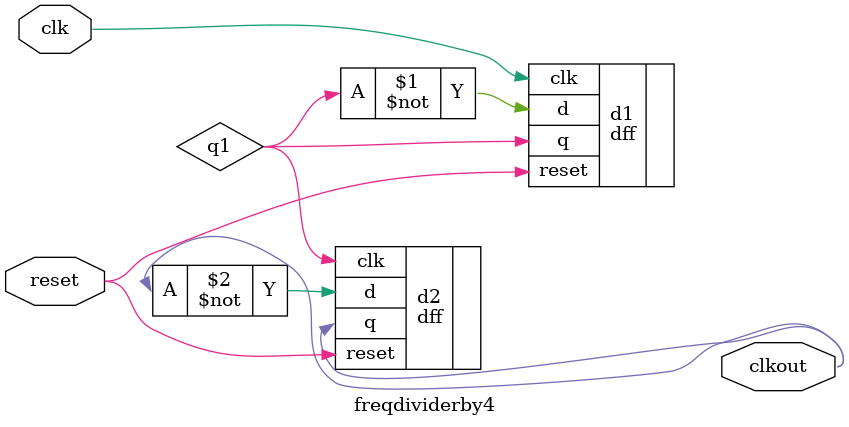
<source format=v>
`timescale 1ns / 1ps
module freqdividerby4(input clk,reset,
                      output clkout);
                      
wire q1;

dff d1(.clk(clk),.reset(reset),.d(~q1),.q(q1)); 
dff d2(.clk(q1),.reset(reset),.d(~clkout),.q(clkout));                    
endmodule


</source>
